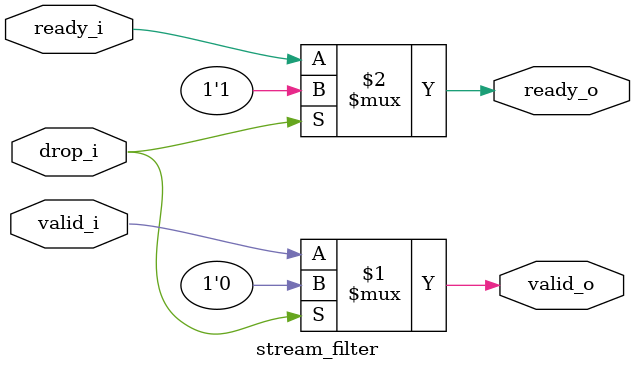
<source format=sv>
module stream_filter (
    input  logic valid_i,
    output logic ready_o,
    input  logic drop_i,
    output logic valid_o,
    input  logic ready_i
);

    assign valid_o = drop_i ? 1'b0 : valid_i;
    assign ready_o = drop_i ? 1'b1 : ready_i;

endmodule

</source>
